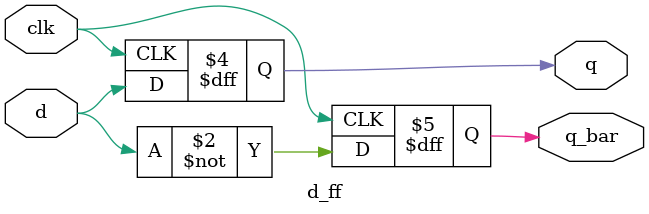
<source format=v>
module d_ff(d, clk, q, q_bar);
    input d, clk;
    output q, q_bar;
    reg q, q_bar;

    initial 
    begin
        q = 1'b0;
        q_bar = 1'b1;
    end

    always @(posedge clk) 
    begin
        q <= d;
        q_bar <= ~d;
    end
endmodule
</source>
